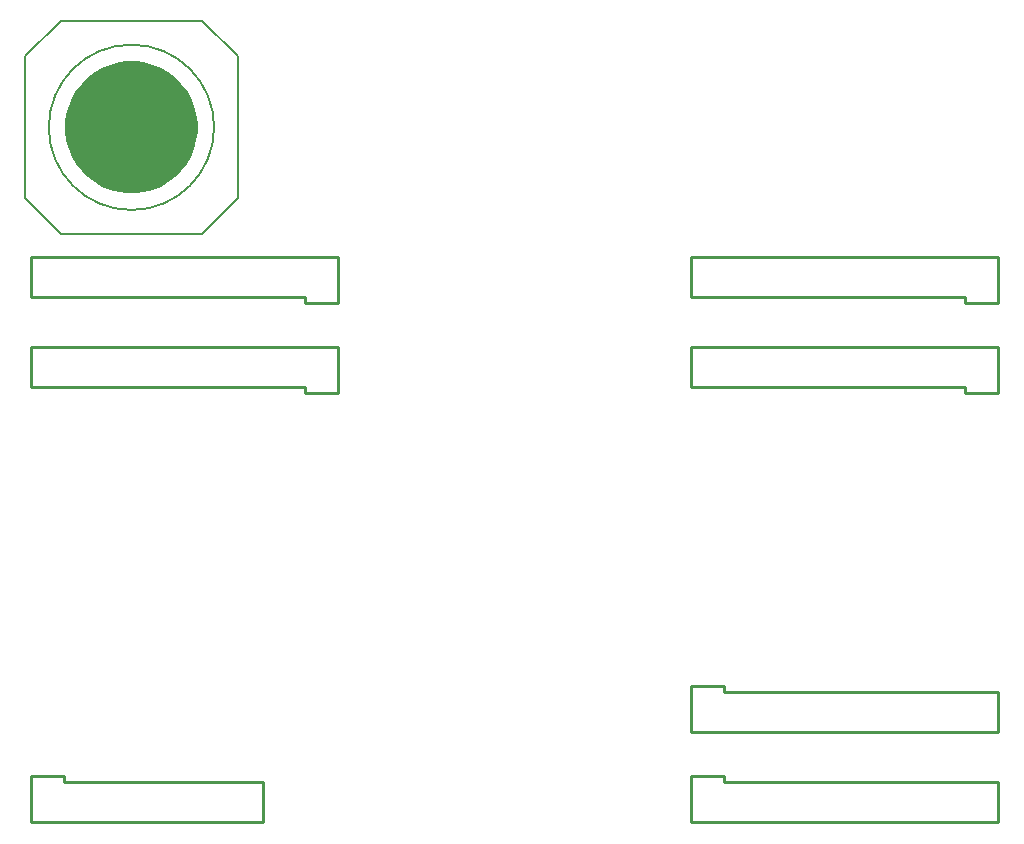
<source format=gm1>
G04 Layer_Color=16711935*
%FSLAX24Y24*%
%MOIN*%
G70*
G01*
G75*
%ADD10C,0.0050*%
%ADD88C,0.0100*%
G36*
X5181Y31667D02*
X5460Y31592D01*
X5727Y31482D01*
X5977Y31337D01*
X6207Y31161D01*
X6411Y30957D01*
X6587Y30727D01*
X6732Y30477D01*
X6842Y30210D01*
X6917Y29931D01*
X6955Y29644D01*
X6955Y29500D01*
X6955Y29355D01*
X6917Y29069D01*
X6842Y28790D01*
X6732Y28523D01*
X6587Y28273D01*
X6411Y28043D01*
X6207Y27839D01*
X5977Y27663D01*
X5727Y27518D01*
X5460Y27408D01*
X5181Y27333D01*
X4895Y27295D01*
X4606Y27295D01*
X4319Y27333D01*
X4040Y27408D01*
X3773Y27518D01*
X3523Y27663D01*
X3293Y27839D01*
X3089Y28043D01*
X2913Y28273D01*
X2768Y28523D01*
X2658Y28790D01*
X2583Y29069D01*
X2545Y29355D01*
X2545Y29500D01*
X2545Y29644D01*
X2583Y29931D01*
X2658Y30210D01*
X2768Y30477D01*
X2913Y30727D01*
X3089Y30957D01*
X3293Y31161D01*
X3523Y31337D01*
X3773Y31482D01*
X4040Y31592D01*
X4319Y31667D01*
X4606Y31705D01*
X4895Y31705D01*
X5181Y31667D01*
X5181Y31667D02*
G37*
D10*
X7506Y29500D02*
G03*
X7506Y29500I-2756J0D01*
G01*
X1207Y27138D02*
X1207Y31862D01*
X2388Y33043D01*
X7112Y33043D01*
X8293Y31862D01*
X8293Y27138D02*
X8293Y31862D01*
X7112Y25957D02*
X8293Y27138D01*
X2388Y25957D02*
X7112Y25957D01*
X1207Y27138D02*
X2388Y25957D01*
D88*
X1406Y23830D02*
X1406Y25170D01*
X11646Y25170D01*
X11646Y23630D02*
X11646Y25170D01*
X10546Y23630D02*
X11646Y23630D01*
X10546Y23630D02*
X10546Y23830D01*
X1406Y23830D02*
X10546Y23830D01*
X23406Y20830D02*
X32546Y20830D01*
X32546Y20630D02*
X32546Y20830D01*
X32546Y20630D02*
X33646Y20630D01*
X33646Y22170D01*
X23406Y22170D02*
X33646Y22170D01*
X23406Y20830D02*
X23406Y22170D01*
X23406Y23830D02*
X23406Y25170D01*
X33646Y25170D01*
X33646Y23630D01*
X32546Y23630D02*
X33646Y23630D01*
X32546Y23630D02*
X32546Y23830D01*
X23406Y23830D02*
X32546Y23830D01*
X33646Y9330D02*
X33646Y10670D01*
X23406Y9330D02*
X33646Y9330D01*
X23406Y10870D02*
X23406Y9330D01*
X23406Y10870D02*
X24506Y10870D01*
X24506Y10670D02*
X24506Y10870D01*
X24506Y10670D02*
X33646Y10670D01*
X24506Y7670D02*
X33646Y7670D01*
X24506Y7670D02*
X24506Y7870D01*
X23406Y7870D02*
X24506Y7870D01*
X23406Y7870D02*
X23406Y6330D01*
X33646Y6330D01*
X33646Y7670D01*
X9146Y6330D02*
X9146Y7670D01*
X1406Y6330D02*
X9146Y6330D01*
X1406Y6330D02*
X1406Y7870D01*
X2506Y7870D01*
X2506Y7670D02*
X2506Y7870D01*
X2506Y7670D02*
X9146Y7670D01*
X1406Y20830D02*
X10546Y20830D01*
X10546Y20630D02*
X10546Y20830D01*
X10546Y20630D02*
X11646Y20630D01*
X11646Y22170D02*
X11646Y20630D01*
X1406Y22170D02*
X11646Y22170D01*
X1406Y20830D02*
X1406Y22170D01*
M02*

</source>
